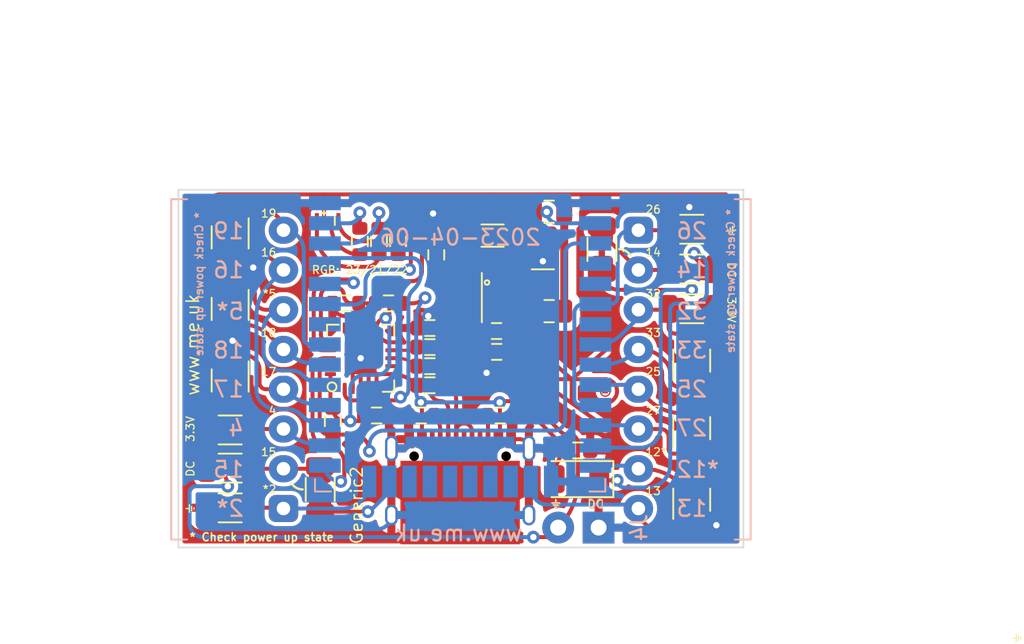
<source format=kicad_pcb>
(kicad_pcb (version 20211014) (generator pcbnew)
  (title_block (title "Larger generic ESP32 (suitable for battery operation)") (date "${DATE}") (rev "1") (comment 1 "www.me.uk") (comment 2 "@TheRealRevK"))
  (layers (0 "F.Cu" signal) (31 "B.Cu" signal) (34 "B.Paste" user) (35 "F.Paste" user) (36 "B.SilkS" user "B.Silkscreen") (37 "F.SilkS" user "F.Silkscreen") (38 "B.Mask" user) (39 "F.Mask" user) (44 "Edge.Cuts" user))
  (property "DATE" "2023-04-06")
  (net 0 "")
  (net 1 "D+")
  (net 2 "GND")
  (net 3 "D-")
  (net 4 "+3V3")
  (net 5 "VBUS")
  (net 6 "Net-(R5-Pad2)")
  (net 7 "L4")
  (net 8 "L3")
  (net 9 "L6")
  (net 10 "L5")
  (net 11 "O")
  (net 12 "I")
  (net 13 "L8")
  (net 14 "L7")
  (net 22 "EN")
  (net 24 "R4")
  (net 25 "R3")
  (net 26 "R6")
  (net 27 "GPIO0")
  (net 29 "DC")
  (net 30 "Net-(C2-Pad1)")
  (net 31 "Net-(D1-Pad3)")
  (net 32 "R")
  (net 33 "G")
  (net 34 "B")
  (net 36 "Net-(R11-Pad2)")
  (net 37 "R5")
  (net 38 "Net-(D1-Pad4)")
  (net 39 "Net-(C3-Pad1)")
  (net 40 "R8")
  (net 41 "R7")
  (net 42 "L1")
  (net 43 "Net-(J1-Pad2)")
  (net 44 "R1")
  (net 45 "Net-(J2-Pad2)")
  (net 46 "Net-(J3-PadA5)")
  (net 48 "Net-(J3-PadB5)")
  (net 50 "L2")
  (net 51 "R2")
  (net 55 "Net-(D1-Pad1)")
  (footprint "RevK:USC16-TR" (layer "F.Cu") (at 147.7 105.6)
    (fp_text reference "J3" hide)
    (fp_text value "USB-C")
  )
  (footprint "RevK:R_0603" (layer "F.Cu") (at 142.6 90.708217 90)
    (fp_text reference "R4" hide)
    (fp_text value "100R")
  )
  (footprint "Diode_SMD:D_1206_3216Metric" (layer "F.Cu") (at 155.04 105.65 180)
    (fp_text reference "D2" hide)
    (fp_text value "D")
  )
  (footprint "RevK:C_0603" (layer "F.Cu") (at 142.45 101.65)
    (fp_text reference "C1" hide)
    (fp_text value "100nF")
  )
  (footprint "RevK:R_0603" (layer "F.Cu") (at 150.225 101.65 180)
    (fp_text reference "R8" hide)
    (fp_text value "5K1")
  )
  (footprint "Package_TO_SOT_SMD:SOT-363_SC-70-6" (layer "F.Cu") (at 133.25 94.95 -90)
    (fp_text reference "D4" hide)
    (fp_text value "BAV99S")
  )
  (footprint "Package_TO_SOT_SMD:SOT-363_SC-70-6" (layer "F.Cu") (at 133.25 99.45 -90)
    (fp_text reference "D3" hide)
    (fp_text value "BAV99S")
  )
  (footprint "RevK:R_0603" (layer "F.Cu") (at 145.25 101.65 180)
    (fp_text reference "R7" hide)
    (fp_text value "5K1")
  )
  (footprint "RevK:R_0603" (layer "F.Cu") (at 145.8 97.35 180)
    (fp_text reference "R9" hide)
    (fp_text value "27R")
  )
  (footprint "RevK:R_0603" (layer "F.Cu") (at 145.8 98.55)
    (fp_text reference "R10" hide)
    (fp_text value "27R")
  )
  (footprint "RevK:MHS190RGBCT" (layer "F.Cu") (at 139.375 89.425)
    (fp_text reference "D1" hide)
    (fp_text value "LED_BARG" hide)
  )
  (footprint "RevK:R_0603" (layer "F.Cu") (at 141.4 90.708217 90)
    (fp_text reference "R2" hide)
    (fp_text value "300R")
  )
  (footprint "RevK:R_0603" (layer "F.Cu") (at 143.8 90.708217 90)
    (fp_text reference "R3" hide)
    (fp_text value "1K")
  )
  (footprint "RevK:C_0603" (layer "F.Cu") (at 155.1 103.85 180)
    (fp_text reference "C4" hide)
    (fp_text value "10nF")
  )
  (footprint "RevK:C_0603" (layer "F.Cu") (at 145.8 96.15 180)
    (fp_text reference "C2" hide)
    (fp_text value "47pF")
  )
  (footprint "RevK:C_0603" (layer "F.Cu") (at 145.8 99.75 180)
    (fp_text reference "C3" hide)
    (fp_text value "47pF")
  )
  (footprint "RevK:C_0805_" (layer "F.Cu") (at 153.29 95.09 180)
    (fp_text reference "C6" hide)
    (fp_text value "2.2uF")
  )
  (footprint "RevK:C_0805_" (layer "F.Cu") (at 153.29 88.84 180)
    (fp_text reference "C7" hide)
    (fp_text value "10uF")
  )
  (footprint "RevK:D_1206_" (layer "F.Cu") (at 152.9 91.96 90)
    (fp_text reference "D6" hide)
    (fp_text value "Schottky")
  )
  (footprint "RevK:L_4x4_" (layer "F.Cu") (at 149.74 90.34 90)
    (fp_text reference "L1" hide)
    (fp_text value "6.8uH")
  )
  (footprint "RevK:C_0603_" (layer "F.Cu") (at 149.99 96.34)
    (fp_text reference "C5" hide)
    (fp_text value "100nF")
  )
  (footprint "RevK:R_0603" (layer "F.Cu") (at 139.7 102.025 90)
    (fp_text reference "R1" hide)
    (fp_text value "10k")
  )
  (footprint "Package_TO_SOT_SMD:SOT-363_SC-70-6" (layer "F.Cu") (at 162.25 102.45 90)
    (fp_text reference "D8" hide)
    (fp_text value "BAV99S")
  )
  (footprint "RevK:Pad_1206_0805_Bridged" (layer "F.Cu") (at 133.25 107.45 180)
    (fp_text reference "JP4" hide)
    (fp_text value "L1")
  )
  (footprint "RevK:AJK" (layer "F.Cu") (at 154.71 99.37 90)
    (fp_text reference "Logo1" hide)
    (fp_text value "AJK" hide)
  )
  (footprint "RevK:Pad_1206_0805_Bridged" (layer "F.Cu") (at 156.6 91.2125 -90)
    (fp_text reference "JP6" hide)
    (fp_text value "L2")
  )
  (footprint "RevK:R_0603" (layer "F.Cu") (at 150 97.65 180)
    (fp_text reference "R12" hide)
    (fp_text value "30k 1%")
  )
  (footprint "RevK:Pad_1206_0805_Bridged" (layer "F.Cu") (at 138.9 106.3 -90)
    (fp_text reference "JP2" hide)
    (fp_text value "L2")
  )
  (footprint "RevK:Pad_1206_0805_Bridged" (layer "F.Cu") (at 162.25 89.95)
    (fp_text reference "JP8" hide)
    (fp_text value "L1")
  )
  (footprint "RevK:Pad_1206_0805_Open" (layer "F.Cu") (at 133.25 104.95 180)
    (fp_text reference "JP3" hide)
    (fp_text value "L2")
  )
  (footprint "RevK:R_0603" (layer "F.Cu") (at 143.2 94.6 180)
    (fp_text reference "R5" hide)
    (fp_text value "4k7")
  )
  (footprint "RevK:Pad_1206_0805_Open" (layer "F.Cu") (at 133.25 102.55 180)
    (fp_text reference "JP1" hide)
    (fp_text value "L3")
  )
  (footprint "Package_TO_SOT_SMD:SOT-363_SC-70-6" (layer "F.Cu") (at 162.25 106.95 90)
    (fp_text reference "D9" hide)
    (fp_text value "BAV99S")
  )
  (footprint "RevK:Pad_1206_0805_Open" (layer "F.Cu") (at 162.25 94.95)
    (fp_text reference "JP5" hide)
    (fp_text value "L3")
  )
  (footprint "RevK:R_0603" (layer "F.Cu") (at 140.5 94.6 180)
    (fp_text reference "R6" hide)
    (fp_text value "10k")
  )
  (footprint "Package_TO_SOT_SMD:SOT-363_SC-70-6" (layer "F.Cu") (at 162.25 98.2 90)
    (fp_text reference "D7" hide)
    (fp_text value "BAV99S")
  )
  (footprint "RevK:QFN-20-1EP_4x4mm_P0.5mm_EP2.5x2.5mm" (layer "F.Cu") (at 141.45 98.05 90)
    (fp_text reference "U2" hide)
    (fp_text value "FT231XQ")
  )
  (footprint "RevK:Pad_1206_0805_Open" (layer "F.Cu") (at 162.25 92.45)
    (fp_text reference "JP7" hide)
    (fp_text value "L2")
  )
  (footprint "RevK:R_0603" (layer "F.Cu") (at 146.2 91.55 -90)
    (fp_text reference "R11" hide)
    (fp_text value "100k 1%")
  )
  (footprint "Package_TO_SOT_SMD:SOT-363_SC-70-6" (layer "F.Cu") (at 133.25 90.45 -90)
    (fp_text reference "D5" hide)
    (fp_text value "BAV99S")
  )
  (footprint "RevK:SOT-23-Thin-6-Reg" (layer "F.Cu") (at 149.74 94.24 90)
    (fp_text reference "U3" hide)
    (fp_text value "LMR16006XDDCR")
  )
  (footprint "RevK:DC" (layer "B.Cu") (at 156.4 108.7 -90)
    (fp_text reference "J4")
    (fp_text value "DC")
  )
  (footprint "RevK:ESP32-WROOM-32" (layer "B.Cu") (at 147.7 96.55 180)
    (fp_text reference "U1" hide)
    (fp_text value "ESP32-WROOM-32")
  )
  (footprint "RevK:PTSM-HH-8-RA" (layer "B.Cu") (at 136.6 98.75 90)
    (fp_text reference "J1" hide)
    (fp_text value "Left")
  )
  (footprint "RevK:PTSM-HH-8-RA" (layer "B.Cu") (at 158.9 98.75 -90)
    (fp_text reference "J2" hide)
    (fp_text value "Right")
  )
  (gr_arc (start 137.8 106.3) (mid 137.396887 106.192948) (end 137.1 105.9) (layer "F.SilkS") (width 0.15))
  (gr_arc (start 157.7 91.193775) (mid 158.104666 91.302688) (end 158.4 91.6) (layer "F.SilkS") (width 0.15))
  (gr_line (start 165.5 109.95) (end 165.5 87.45) (layer "Edge.Cuts") (width 0.1))
  (gr_line (start 130 109.95) (end 165.5 109.95) (layer "Edge.Cuts") (width 0.1))
  (gr_line (start 165.5 87.45) (end 130 87.45) (layer "Edge.Cuts") (width 0.1))
  (gr_line (start 130 87.45) (end 130 109.95) (layer "Edge.Cuts") (width 0.1))
  (gr_text "${DATE}" (at 130.9 90.75 90) (layer "F.Cu") (effects (font (size 0.5 0.5) (thickness 0.08))))
  (gr_text "25" (at 161.2 100) (layer "B.SilkS") (effects (font (size 1 1)) (justify right mirror)))
  (gr_text "15" (at 134.2 105.05) (layer "B.SilkS") (effects (font (size 1 1)) (justify left mirror)))
  (gr_text "16" (at 134.2 92.5) (layer "B.SilkS") (effects (font (size 1 1)) (justify left mirror)))
  (gr_text "5*" (at 134.2 95.1) (layer "B.SilkS") (effects (font (size 1 1)) (justify left mirror)))
  (gr_text "14" (at 161.2 92.5) (layer "B.SilkS") (effects (font (size 1 1)) (justify right mirror)))
  (gr_text "* Check power up state" (at 164.7 93.2 90) (layer "B.SilkS") (effects (font (size 0.5 0.5) (thickness 0.1)) (justify mirror)))
  (gr_text "DC" (at 156.25 107.25) (layer "B.SilkS") (effects (font (size 0.5 0.5) (thickness 0.08)) (justify mirror)))
  (gr_text "26" (at 161.2 90.05) (layer "B.SilkS") (effects (font (size 1 1)) (justify right mirror)))
  (gr_text "${DATE}" (at 147.7 90.45) (layer "B.SilkS") (effects (font (size 1 1)) (justify mirror)))
  (gr_text "32" (at 161.2 95.1) (layer "B.SilkS") (effects (font (size 1 1)) (justify right mirror)))
  (gr_text "27" (at 161.2 102.45) (layer "B.SilkS") (effects (font (size 1 1)) (justify right mirror)))
  (gr_text "13" (at 161.2 107.5) (layer "B.SilkS") (effects (font (size 1 1)) (justify right mirror)))
  (gr_text "www.me.uk" (at 147.6 109.05) (layer "B.SilkS") (effects (font (size 1 1)) (justify mirror)))
  (gr_text "33" (at 161.2 97.55) (layer "B.SilkS") (effects (font (size 1 1)) (justify right mirror)))
  (gr_text "18" (at 134.2 97.55) (layer "B.SilkS") (effects (font (size 1 1)) (justify left mirror)))
  (gr_text "* Check power up state" (at 131.3 93.4 90) (layer "B.SilkS") (effects (font (size 0.5 0.5) (thickness 0.1)) (justify mirror)))
  (gr_text "⏚" (at 153.75 107.25) (layer "B.SilkS") (effects (font (size 0.5 0.5) (thickness 0.08)) (justify mirror)))
  (gr_text "19" (at 134.2 90.05) (layer "B.SilkS") (effects (font (size 1 1)) (justify left mirror)))
  (gr_text "4" (at 134.2 102.45) (layer "B.SilkS") (effects (font (size 1 1)) (justify left mirror)))
  (gr_text "*12" (at 161.2 105.05) (layer "B.SilkS") (effects (font (size 1 1)) (justify right mirror)))
  (gr_text "17" (at 134.2 100) (layer "B.SilkS") (effects (font (size 1 1)) (justify left mirror)))
  (gr_text "2*" (at 134.2 107.5) (layer "B.SilkS") (effects (font (size 1 1)) (justify left mirror)))
  (gr_text "17" (at 136.2 98.9) (layer "F.SilkS") (effects (font (size 0.5 0.5) (thickness 0.08)) (justify right)))
  (gr_text "⏚" (at 182.7 115.65 90) (layer "F.SilkS") (effects (font (size 0.5 0.5) (thickness 0.08))))
  (gr_text "DC" (at 130.75 105 90) (layer "F.SilkS") (effects (font (size 0.5 0.5) (thickness 0.08))))
  (gr_text "⏚" (at 130.75 107.5 90) (layer "F.SilkS") (effects (font (size 0.5 0.5) (thickness 0.08))))
  (gr_text "Generic2" (at 141.2 107.3 90) (layer "F.SilkS") (effects (font (size 0.75 0.75) (thickness 0.1))))
  (gr_text "18" (at 136.2 96.45) (layer "F.SilkS") (effects (font (size 0.5 0.5) (thickness 0.08)) (justify right)))
  (gr_text "3.3V" (at 130.75 102.5 90) (layer "F.SilkS") (effects (font (size 0.5 0.5) (thickness 0.08))))
  (gr_text "19" (at 136.2 88.95) (layer "F.SilkS") (effects (font (size 0.5 0.5) (thickness 0.08)) (justify right)))
  (gr_text "* Check power up state" (at 135.22 109.3) (layer "F.SilkS") (effects (font (size 0.5 0.5) (thickness 0.1))))
  (gr_text "16" (at 136.2 91.4) (layer "F.SilkS") (effects (font (size 0.5 0.5) (thickness 0.08)) (justify right)))
  (gr_text "RGB: 23/21/22" (at 141.4 92.5) (layer "F.SilkS") (effects (font (size 0.5 0.5) (thickness 0.08))))
  (gr_text "www.me.uk" (at 130.9 97.2 90) (layer "F.SilkS") (effects (font (size 0.8 0.8) (thickness 0.1))))
  (gr_text "⏚" (at 153.7 107.2) (layer "F.SilkS") (effects (font (size 0.5 0.5) (thickness 0.08))))
  (gr_text "27" (at 159.3 101.35) (layer "F.SilkS") (effects (font (size 0.5 0.5) (thickness 0.08)) (justify left)))
  (gr_text "*2" (at 136.2 106.3) (layer "F.SilkS") (effects (font (size 0.5 0.5) (thickness 0.08)) (justify right)))
  (gr_text "3.3V" (at 164.75 95 270) (layer "F.SilkS") (effects (font (size 0.5 0.5) (thickness 0.08))))
  (gr_text "DC" (at 156.2 107.2) (layer "F.SilkS") (effects (font (size 0.5 0.5) (thickness 0.08))))
  (gr_text "*5" (at 136.2 94) (layer "F.SilkS") (effects (font (size 0.5 0.5) (thickness 0.08)) (justify right)))
  (gr_text "12*" (at 159.3 103.95) (layer "F.SilkS") (effects (font (size 0.5 0.5) (thickness 0.08)) (justify left)))
  (gr_text "⏚" (at 164.75 90 270) (layer "F.SilkS") (effects (font (size 0.5 0.5) (thickness 0.08))))
  (gr_text "25" (at 159.3 98.9) (layer "F.SilkS") (effects (font (size 0.5 0.5) (thickness 0.08)) (justify left)))
  (gr_text "15" (at 136.2 103.95) (layer "F.SilkS") (effects (font (size 0.5 0.5) (thickness 0.08)) (justify right)))
  (gr_text "32" (at 159.3 94) (layer "F.SilkS") (effects (font (size 0.5 0.5) (thickness 0.08)) (justify left)))
  (gr_text "14" (at 159.3 91.4) (layer "F.SilkS") (effects (font (size 0.5 0.5) (thickness 0.08)) (justify left)))
  (gr_text "4" (at 136.2 101.35) (layer "F.SilkS") (effects (font (size 0.5 0.5) (thickness 0.08)) (justify right)))
  (gr_text "26" (at 159.3 88.7) (layer "F.SilkS") (effects (font (size 0.5 0.5) (thickness 0.08)) (justify left)))
  (gr_text "DC" (at 164.75 92.5 270) (layer "F.SilkS") (effects (font (size 0.5 0.5) (thickness 0.08))))
  (gr_text "13" (at 159.3 106.4) (layer "F.SilkS") (effects (font (size 0.5 0.5) (thickness 0.08)) (justify left)))
  (gr_text "33" (at 159.3 96.45) (layer "F.SilkS") (effects (font (size 0.5 0.5) (thickness 0.08)) (justify left)))
  (segment (start 143.35 98.05) (end 143.767894 98.05) (width 0.2) (layer "F.Cu") (net 1))
  (arc (start 143.767894 98.05) (mid 144.421175 98.179946) (end 144.975 98.55) (width 0.2) (layer "F.Cu") (net 1))
  (segment (start 160.7 97.524022) (end 161.6 98.424022) (width 0.25) (layer "F.Cu") (net 2))
  (segment (start 155.3 93.75) (end 157.87548 96.32548) (width 0.25) (layer "F.Cu") (net 2))
  (segment (start 162.1 88.55) (end 155.6 88.55) (width 0.25) (layer "F.Cu") (net 2))
  (segment (start 152.91 90.4775) (end 152.91 91.94) (width 0.5) (layer "F.Cu") (net 2))
  (segment (start 157.87548 96.32548) (end 160.17548 96.32548) (width 0.25) (layer "F.Cu") (net 2))
  (segment (start 141.45 98.05) (end 142.45 99.05) (width 0.25) (layer "F.Cu") (net 2))
  (segment (start 141.45 99.95) (end 141.45 98.05) (width 0.25) (layer "F.Cu") (net 2))
  (segment (start 143.38 103.72) (end 143.38 101.805) (width 0.25) (layer "F.Cu") (net 2))
  (segment (start 155.3 88.85) (end 155.3 93.75) (width 0.25) (layer "F.Cu") (net 2))
  (segment (start 150.9 103.14) (end 151.44 103.14) (width 0.25) (layer "F.Cu") (net 2))
  (segment (start 140.95 99.95) (end 140.95 98.55) (width 0.25) (layer "F.Cu") (net 2))
  (segment (start 143.35 99.05) (end 142.45 99.05) (width 0.25) (layer "F.Cu") (net 2))
  (segment (start 160.7 96.85) (end 160.7 97.524022) (width 0.25) (layer "F.Cu") (net 2))
  (segment (start 155.6 88.55) (end 155.3 88.85) (width 0.25) (layer "F.Cu") (net 2))
  (segment (start 160.17548 96.32548) (end 160.7 96.85) (width 0.25) (layer "F.Cu") (net 2))
  (segment (start 152.91 91.94) (end 152.9 91.95) (width 0.5) (layer "F.Cu") (net 2))
  (segment (start 161.6 98.424022) (end 161.6 99.15) (width 0.25) (layer "F.Cu") (net 2))
  (segment (start 141.45 96.15) (end 141.45 98.05) (width 0.25) (layer "F.Cu") (net 2))
  (segment (start 142.45 99.95) (end 142.45 99.05) (width 0.25) (layer "F.Cu") (net 2))
  (segment (start 144.5 103.14) (end 143.96 103.14) (width 0.25) (layer "F.Cu") (net 2))
  (segment (start 141.95 99.95) (end 141.95 98.55) (width 0.25) (layer "F.Cu") (net 2))
  (segment (start 140.475 95.4) (end 140.9 95.4) (width 0.25) (layer "F.Cu") (net 2))
  (via (at 133.4 96.95) (size 0.8) (drill 0.4) (layers "F.Cu" "B.Cu") (net 2))
  (via (at 149.361658 98.969837) (size 0.8) (drill 0.4) (layers "F.Cu" "B.Cu") (net 2))
  (via (at 152.9 91.95) (size 0.8) (drill 0.4) (layers "F.Cu" "B.Cu") (net 2))
  (via (at 134.7 92.35) (size 0.8) (drill 0.4) (layers "F.Cu" "B.Cu") (net 2))
  (via (at 141.45 98.05) (size 0.8) (drill 0.4) (layers "F.Cu" "B.Cu") (net 2))
  (via (at 146 88.95) (size 0.8) (drill 0.4) (layers "F.Cu" "B.Cu") (net 2))
  (via (at 162.1 88.55) (size 0.8) (drill 0.4) (layers "F.Cu" "B.Cu") (net 2))
  (via (at 163.8 108.55) (size 0.8) (drill 0.4) (layers "F.Cu" "B.Cu") (net 2))
  (via (at 145.696481 95.397293) (size 0.8) (drill 0.4) (layers "F.Cu" "B.Cu") (net 2))
  (arc (start 151.44 103.14) (mid 151.850122 103.309878) (end 152.02 103.72) (width 0.25) (layer "F.Cu") (net 2))
  (arc (start 143.96 103.14) (mid 143.549878 103.309878) (end 143.38 103.72) (width 0.25) (layer "F.Cu") (net 2))
  (arc (start 145.025 96.068774) (mid 145.221672 95.593965) (end 145.696481 95.397293) (width 0.25) (layer "F.Cu") (net 2))
  (arc (start 143.35 99.05) (mid 144.250782 99.229177) (end 145.014429 99.739429) (width 0.25) (layer "F.Cu") (net 2))
  (arc (start 140.9 95.4) (mid 141.288909 95.561091) (end 141.45 95.95) (width 0.25) (layer "F.Cu") (net 2))
  (arc (start 139.675 94.6) (mid 139.909315 95.165685) (end 140.475 95.4) (width 0.25) (layer "F.Cu") (net 2))
  (arc (start 143.38 101.805) (mid 143.334602 101.695398) (end 143.225 101.65) (width 0.25) (layer "F.Cu") (net 2))
  (segment (start 152.02 103.67) (end 152.57 103.67) (width 0.5) (layer "B.Cu") (net 2))
  (segment (start 142.49 108.8) (end 136.6 108.8) (width 0.25) (layer "B.Cu") (net 2))
  (segment (start 153.4 104.5) (end 153.4 105.79) (width 0.5) (layer "B.Cu") (net 2))
  (segment (start 133.4 102.55) (end 133.4 96.95) (width 0.25) (layer "B.Cu") (net 2))
  (segment (start 134.5 106.7) (end 134.5 103.65) (width 0.25) (layer "B.Cu") (net 2))
  (arc (start 134.05 103.2) (mid 133.590381 103.009619) (end 133.4 102.55) (width 0.25) (layer "B.Cu") (net 2))
  (arc (start 152.57 103.67) (mid 153.156899 103.913101) (end 153.4 104.5) (width 0.5) (layer "B.Cu") (net 2))
  (arc (start 136.6 108.8) (mid 135.115076 108.184924) (end 134.5 106.7) (width 0.25) (layer "B.Cu") (net 2))
  (arc (start 134.5 103.65) (mid 134.368198 103.331802) (end 134.05 103.2) (width 0.25) (layer "B.Cu") (net 2))
  (arc (start 143.38 107.91) (mid 143.119325 108.539325) (end 142.49 108.8) (width 0.25) (layer "B.Cu") (net 2))
  (segment (start 143.35 97.55) (end 144.492158 97.55) (width 0.2) (layer "F.Cu") (net 3))
  (arc (start 144.492158 97.55) (mid 144.75347 97.498022) (end 144.975 97.35) (width 0.2) (layer "F.Cu") (net 3))
  (segment (start 140.8 102) (end 141.325 102) (width 0.25) (layer "F.Cu") (net 4))
  (segment (start 133.175489 90.750489) (end 133.25 90.825) (width 0.25) (layer "F.Cu") (net 4))
  (segment (start 133.25 99.3) (end 133.25 98.5) (width 0.25) (layer "F.Cu") (net 4))
  (segment (start 162.25 106.9) (end 162.25 107.9) (width 0.25) (layer "F.Cu") (net 4))
  (segment (start 131.999511 90.750489) (end 133.175489 90.750489) (width 0.25) (layer "F.Cu") (net 4))
  (segment (start 149.79 88.84) (end 149.79 87.79) (width 0.25) (layer "F.Cu") (net 4))
  (segment (start 162.25 96.65) (end 162.25 97.25) (width 0.25) (layer "F.Cu") (net 4))
  (segment (start 153.1305 88.84) (end 153.1405 88.85) (width 0.25) (layer "F.Cu") (net 4))
  (segment (start 162.25 106.9) (end 163.174022 106.9) (width 0.25) (layer "F.Cu") (net 4))
  (segment (start 162.25 102.5) (end 163.5 102.5) (width 0.25) (layer "F.Cu") (net 4))
  (segment (start 162.25 98.45) (end 163.05 98.45) (width 0.25) (layer "F.Cu") (net 4))
  (segment (start 162.25 101.5) (end 162.25 102.5) (width 0.25) (layer "F.Cu") (net 4))
  (segment (start 164.4 87.75) (end 164.59952 87.94952) (width 0.25) (layer "F.Cu") (net 4))
  (segment (start 132.6 87.75) (end 139.15 87.75) (width 0.25) (layer "F.Cu") (net 4))
  (segment (start 162.25 98.45) (end 162.25 99.15) (width 0.25) (layer "F.Cu") (net 4))
  (segment (start 133.25 95.9) (end 133.25 94) (width 0.25) (layer "F.Cu") (net 4))
  (segment (start 139.55 99.05) (end 139.55 101.05) (width 0.25) (layer "F.Cu") (net 4))
  (segment (start 149.75 87.75) (end 164.4 87.75) (width 0.25) (layer "F.Cu") (net 4))
  (segment (start 131.9 88.45) (end 131.9 98.974022) (width 0.25) (layer "F.Cu") (net 4))
  (segment (start 140.5 102) (end 140.8 102) (width 0.25) (layer "F.Cu") (net 4))
  (segment (start 145.3 92.6) (end 145.3 91.625) (width 0.25) (layer "F.Cu") (net 4))
  (segment (start 133.25 90.825) (end 133.25 89.5) (width 0.25) (layer "F.Cu") (net 4))
  (segment (start 162.25 106) (end 162.25 106.9) (width 0.25) (layer "F.Cu") (net 4))
  (segment (start 143.8 93.2) (end 144.7 93.2) (width 0.25) (layer "F.Cu") (net 4))
  (segment (start 162.25 97.25) (end 162.25 98.45) (width 0.25) (layer "F.Cu") (net 4))
  (segment (start 164.59952 87.94952) (end 164.59952 94.06298) (width 0.25) (layer "F.Cu") (net 4))
  (segment (start 133.25 100.4) (end 133.25 99.3) (width 0.25) (layer "F.Cu") (net 4))
  (segment (start 139.15 87.75) (end 149.75 87.75) (width 0.25) (layer "F.Cu") (net 4))
  (segment (start 132.225978 99.3) (end 133.25 99.3) (width 0.25) (layer "F.Cu") (net 4))
  (segment (start 148.085 88.84) (end 146.2 90.725) (width 0.25) (layer "F.Cu") (net 4))
  (segment (start 164.59952 94.06298) (end 163.7125 94.95) (width 0.25) (layer "F.Cu") (net 4))
  (segment (start 139.15 89.425) (end 139.15 87.75) (width 0.25) (layer "F.Cu") (net 4))
  (segment (start 162.25 102.5) (end 162.25 103.4) (width 0.25) (layer "F.Cu") (net 4))
  (segment (start 143.251 95.309695) (end 143.251 93.749) (width 0.25) (layer "F.Cu") (net 4))
  (segment (start 141.95 96.15) (end 142.45 96.15) (width 0.25) (layer "F.Cu") (net 4))
  (segment (start 163.2 96.2) (end 162.7 96.2) (width 0.25) (layer "F.Cu") (net 4))
  (segment (start 133.25 100.4) (end 133.25 100.65) (width 0.25) (layer "F.Cu") (net 4))
  (segment (start 133.25 90.825) (end 133.25 91.4) (width 0.25) (layer "F.Cu") (net 4))
  (segment (start 132.075489 95.250489) (end 133.124511 95.250489) (width 0.25) (layer "F.Cu") (net 4))
  (segment (start 163.5 106.574022) (end 163.5 98.9) (width 0.25) (layer "F.Cu") (net 4))
  (segment (start 133.124511 95.250489) (end 133.25 95.375978) (width 0.25) (layer "F.Cu") (net 4))
  (segment (start 132.1 101.2) (end 132.7 101.2) (width 0.25) (layer "F.Cu") (net 4))
  (segment (start 152.34 88.84) (end 153.1305 88.84) (width 0.25) (layer "F.Cu") (net 4))
  (segment (start 143.024567 95.536128) (end 143.251 95.309695) (width 0.25) (layer "F.Cu") (net 4))
  (segment (start 131.7875 102.55) (end 131.7875 101.5125) (width 0.25) (layer "F.Cu") (net 4))
  (via (at 153.1405 88.85) (size 0.8) (drill 0.4) (layers "F.Cu" "B.Cu") (net 4))
  (via (at 140.8 102) (size 0.8) (drill 0.4) (layers "F.Cu" "B.Cu") (net 4))
  (via (at 143.024567 95.536128) (size 0.8) (drill 0.4) (layers "F.Cu" "B.Cu") (net 4))
  (arc (start 163.7125 95.6875) (mid 163.562392 96.049892) (end 163.2 96.2) (width 0.25) (layer "F.Cu") (net 4))
  (arc (start 149.79 87.79) (mid 149.778284 87.761716) (end 149.75 87.75) (width 0.25) (layer "F.Cu") (net 4))
  (arc (start 142.45 96.110695) (mid 142.618287 95.704415) (end 143.024567 95.536128) (width 0.25) (layer "F.Cu") (net 4))
  (arc (start 132.6 87.75) (mid 132.105025 87.955025) (end 131.9 88.45) (width 0.25) (layer "F.Cu") (net 4))
  (arc (start 142.45 96.15) (mid 142.713604 96.786396) (end 143.35 97.05) (width 0.25) (layer "F.Cu") (net 4))
  (arc (start 143.251 93.749) (mid 143.411798 93.360798) (end 143.8 93.2) (width 0.25) (layer "F.Cu") (net 4))
  (arc (start 139.7 101.2) (mid 139.934315 101.765685) (end 140.5 102) (width 0.25) (layer "F.Cu") (net 4))
  (arc (start 144.7 93.2) (mid 145.124264 93.024264) (end 145.3 92.6) (width 0.25) (layer "F.Cu") (net 4))
  (arc (start 163.174022 106.9) (mid 163.404523 106.804523) (end 163.5 106.574022) (width 0.25) (layer "F.Cu") (net 4))
  (arc (start 131.9 98.974022) (mid 131.995477 99.204523) (end 132.225978 99.3) (width 0.25) (layer "F.Cu") (net 4))
  (arc (start 133.25 100.65) (mid 133.088909 101.038909) (end 132.7 101.2) (width 0.25) (layer "F.Cu") (net 4))
  (arc (start 162.7 96.2) (mid 162.381802 96.331802) (end 162.25 96.65) (width 0.25) (layer "F.Cu") (net 4))
  (arc (start 131.7875 101.5125) (mid 131.879029 101.291529) (end 132.1 101.2) (width 0.25) (layer "F.Cu") (net 4))
  (arc (start 145.3 91.625) (mid 145.563604 90.988604) (end 146.2 90.725) (width 0.25) (layer "F.Cu") (net 4))
  (arc (start 163.05 98.45) (mid 163.368198 98.581802) (end 163.5 98.9) (width 0.25) (layer "F.Cu") (net 4))
  (arc (start 141.325 102) (mid 141.572487 101.897487) (end 141.675 101.65) (width 0.25) (layer "F.Cu") (net 4))
  (segment (start 143.251 96.070208) (end 143.251 98.310201) (width 0.25) (layer "B.Cu") (net 4))
  (segment (start 156.2 89.565) (end 153.8555 89.565) (width 0.25) (layer "B.Cu") (net 4))
  (segment (start 141.7 99.1) (end 142.461201 99.1) (width 0.25) (layer "B.Cu") (net 4))
  (segment (start 140.8 102) (end 140.8 100) (width 0.25) (layer "B.Cu") (net 4))
  (arc (start 153.8555 89.565) (mid 153.349919 89.355581) (end 153.1405 88.85) (width 0.25) (layer "B.Cu") (net 4))
  (arc (start 142.461201 99.1) (mid 143.019673 98.868673) (end 143.251 98.310201) (width 0.25) (layer "B.Cu") (net 4))
  (arc (start 140.8 100) (mid 141.063604 99.363604) (end 141.7 99.1) (width 0.25) (layer "B.Cu") (net 4))
  (arc (start 143.024567 95.536128) (mid 143.192152 95.786936) (end 143.251 96.082785) (width 0.25) (layer "B.Cu") (net 4))
  (segment (start 144.025 94.6) (end 144.758579 94.6) (width 0.25) (layer "F.Cu") (net 5))
  (segment (start 150.25 100.75) (end 151.05 100.75) (width 0.25) (layer "F.Cu") (net 5))
  (segment (start 145.3 100.893635) (end 145.230865 100.8245) (width 0.25) (layer "F.Cu") (net 5))
  (segment (start 154.325 103.708217) (end 151.590784 100.974) (width 0.25) (layer "F.Cu") (net 5))
  (segment (start 145.3 103.09) (end 145.3 100.893635) (width 0.25) (layer "F.Cu") (net 5))
  (segment (start 150.2 102.99) (end 150.2 100.7) (width 0.25) (layer "F.Cu") (net 5))
  (via (at 150.183266 100.828189) (size 0.8) (drill 0.4) (layers "F.Cu" "B.Cu") (net 5))
  (via (at 145.230865 100.8245) (size 0.8) (drill 0.4) (layers "F.Cu" "B.Cu") (net 5))
  (via (at 145.5 94.25) (size 0.8) (drill 0.4) (layers "F.Cu" "B.Cu") (net 5))
  (arc (start 151.590784 100.974) (mid 151.342671 100.808216) (end 151.05 100.75) (width 0.25) (layer "F.Cu") (net 5))
  (arc (start 150.25 100.75) (mid 150.214645 100.735355) (end 150.2 100.7) (width 0.25) (layer "F.Cu") (net 5))
  (arc (start 154.325 103.85) (mid 153.818026 104.60874) (end 153.64 105.503736) (width 0.25) (layer "F.Cu") (net 5))
  (arc (start 144.655026 94.6) (mid 145.112323 94.509038) (end 145.5 94.25) (width 0.25) (layer "F.Cu") (net 5))
  (segment (start 144.941918 95.691918) (end 144.941918 95.597329) (width 0.25) (layer "B.Cu") (net 5))
  (segment (start 144.941918 100.126921) (end 144.941918 95.691918) (width 0.25) (layer "B.Cu") (net 5))
  (segment (start 150.179577 100.8245) (end 150.183266 100.828189) (width 0.25) (layer "B.Cu") (net 5))
  (segment (start 145.230865 100.8245) (end 150.179577 100.8245) (width 0.25) (layer "B.Cu") (net 5))
  (arc (start 145.230865 100.8245) (mid 145.017013 100.504448) (end 144.941918 100.126921) (width 0.25) (layer "B.Cu") (net 5))
  (arc (start 144.941918 95.597329) (mid 145.086959 94.868159) (end 145.5 94.25) (width 0.25) (layer "B.Cu") (net 5))
  (segment (start 138.95048 96.55048) (end 138.95048 94.14952) (width 0.25) (layer "F.Cu") (net 6))
  (segment (start 141.325 94.6) (end 142.375 94.6) (width 0.25) (layer "F.Cu") (net 6))
  (segment (start 140.9 94.6) (end 141.325 94.6) (width 0.25) (layer "F.Cu") (net 6))
  (segment (start 139.5 93.6) (end 139.9 93.6) (width 0.25) (layer "F.Cu") (net 6))
  (arc (start 140.4 94.1) (mid 140.546447 94.453553) (end 140.9 94.6) (width 0.25) (layer "F.Cu") (net 6))
  (arc (start 138.95048 94.14952) (mid 139.111431 93.760951) (end 139.5 93.6) (width 0.25) (layer "F.Cu") (net 6))
  (arc (start 139.45 97.05) (mid 139.096786 96.903694) (end 138.95048 96.55048) (width 0.25) (layer "F.Cu") (net 6))
  (arc (start 139.9 93.6) (mid 140.253553 93.746447) (end 140.4 94.1) (width 0.25) (layer "F.Cu") (net 6))
  (segment (start 136.6 100) (end 135.5 100) (width 0.25) (layer "F.Cu") (net 7))
  (segment (start 134.15 97.85) (end 133.05 97.85) (width 0.25) (layer "F.Cu") (net 7))
  (segment (start 135.1 99.6) (end 135.1 98.8) (width 0.25) (layer "F.Cu") (net 7))
  (arc (start 132.6 98.3) (mid 132.731802 97.981802) (end 133.05 97.85) (width 0.25) (layer "F.Cu") (net 7))
  (arc (start 135.1 98.8) (mid 134.821751 98.128249) (end 134.15 97.85) (width 0.25) (layer "F.Cu") (net 7))
  (arc (start 135.5 100) (mid 135.217157 99.882843) (end 135.1 99.6) (width 0.25) (layer "F.Cu") (net 7))
  (arc (start 139.002142 100.995) (mid 137.702113 100.736408) (end 136.6 100) (width 0.25) (layer "B.Cu") (net 7))
  (segment (start 133.9 100.4) (end 133.9 100.8) (width 0.25) (layer "F.Cu") (net 8))
  (segment (start 136.6 102.5) (end 134.4625 102.5) (width 0.25) (layer "F.Cu") (net 8))
  (segment (start 134.7125 101.6125) (end 134.7125 102.55) (width 0.25) (layer "F.Cu") (net 8))
  (arc (start 133.9 100.8) (mid 133.987868 101.012132) (end 134.2 101.1) (width 0.25) (layer "F.Cu") (net 8))
  (arc (start 134.2 101.1) (mid 134.562392 101.250108) (end 134.7125 101.6125) (width 0.25) (layer "F.Cu") (net 8))
  (arc (start 139.098711 103.535) (mid 137.746419 103.266012) (end 136.6 102.5) (width 0.25) (layer "B.Cu") (net 8))
  (segment (start 134.149511 93.350489) (end 132.849511 93.350489) (width 0.25) (layer "F.Cu") (net 9))
  (segment (start 132.6 93.6) (end 132.6 94) (width 0.25) (layer "F.Cu") (net 9))
  (segment (start 134.8 94.3) (end 134.8 94.000978) (width 0.25) (layer "F.Cu") (net 9))
  (segment (start 136.6 95) (end 135.5 95) (width 0.25) (layer "F.Cu") (net 9))
  (arc (start 132.849511 93.350489) (mid 132.67308 93.423569) (end 132.6 93.6) (width 0.25) (layer "F.Cu") (net 9))
  (arc (start 134.8 94.000978) (mid 134.609476 93.541013) (end 134.149511 93.350489) (width 0.25) (layer "F.Cu") (net 9))
  (arc (start 135.5 95) (mid 135.005025 94.794975) (end 134.8 94.3) (width 0.25) (layer "F.Cu") (net 9))
  (segment (start 135.35048 96.24952) (end 135.35048 97.65048) (width 0.25) (layer "B.Cu") (net 9))
  (segment (start 136.52548 98.82548) (end 137.137251 98.82548) (width 0.25) (layer "B.Cu") (net 9))
  (segment (start 137.8 99.1) (end 137.876992 99.176992) (width 0.25) (layer "B.Cu") (net 9))
  (arc (start 137.876992 99.176992) (mid 138.483993 99.582577) (end 139.2 99.725) (width 0.25) (layer "B.Cu") (net 9))
  (arc (start 137.137251 98.82548) (mid 137.495929 98.896826) (end 137.8 99.1) (width 0.25) (layer "B.Cu") (net 9))
  (arc (start 136.6 95) (mid 135.716456 95.365976) (end 135.35048 96.24952) (width 0.25) (layer "B.Cu") (net 9))
  (arc (start 135.35048 97.65048) (mid 135.69463 98.48133) (end 136.52548 98.82548) (width 0.25) (layer "B.Cu") (net 9))
  (segment (start 136.6 97.5) (end 135.777818 96.677818) (width 0.25) (layer "F.Cu") (net 10))
  (arc (start 135.777818 96.677818) (mid 134.916269 96.102148) (end 133.9 95.9) (width 0.25) (layer "F.Cu") (net 10))
  (arc (start 138.905573 98.455) (mid 137.657806 98.206804) (end 136.6 97.5) (width 0.25) (layer "B.Cu") (net 10))
  (segment (start 140.9 100.7) (end 143.75 100.7) (width 0.25) (layer "F.Cu") (net 11))
  (segment (start 140.45 99.95) (end 140.45 100.25) (width 0.25) (layer "F.Cu") (net 11))
  (via (at 143.95 100.5) (size 0.8) (drill 0.4) (layers "F.Cu" "B.Cu") (net 11))
  (arc (start 140.45 100.25) (mid 140.581802 100.568198) (end 140.9 100.7) (width 0.25) (layer "F.Cu") (net 11))
  (arc (start 143.75 100.7) (mid 143.891421 100.641421) (end 143.95 100.5) (width 0.25) (layer "F.Cu") (net 11))
  (segment (start 144.966853 91.84115) (end 144.844933 91.782436) (width 0.25) (layer "B.Cu") (net 11))
  (segment (start 144.75 93.75) (end 144.822908 93.677092) (width 0.25) (layer "B.Cu") (net 11))
  (segment (start 145.245847 92.285167) (end 145.215736 92.153239) (width 0.25) (layer "B.Cu") (net 11))
  (segment (start 145.157022 92.031319) (end 145.072651 91.925521) (width 0.25) (layer "B.Cu") (net 11))
  (segment (start 145.072651 91.925521) (end 144.966853 91.84115) (width 0.25) (layer "B.Cu") (net 11))
  (segment (start 139.554001 91.750999) (end 139.2 92.105) (width 0.25) (layer "B.Cu") (net 11))
  (segment (start 144.44951 100.036755) (end 144.44951 94.475447) (width 0.25) (layer "B.Cu") (net 11))
  (segment (start 143.95 100.5) (end 143.986265 100.5) (width 0.25) (layer "B.Cu") (net 11))
  (segment (start 145.247173 92.652827) (end 145.247173 92.352827) (width 0.25) (layer "B.Cu") (net 11))
  (segment (start 145.247173 92.352827) (end 145.245847 92.285167) (width 0.25) (layer "B.Cu") (net 11))
  (segment (start 144.713005 91.752325) (end 144.645345 91.750999) (width 0.25) (layer "B.Cu") (net 11))
  (segment (start 144.844933 91.782436) (end 144.713005 91.752325) (width 0.25) (layer "B.Cu") (net 11))
  (segment (start 145.215736 92.153239) (end 145.157022 92.031319) (width 0.25) (layer "B.Cu") (net 11))
  (segment (start 144.645345 91.750999) (end 139.554001 91.750999) (width 0.25) (layer "B.Cu") (net 11))
  (arc (start 144.822908 93.677092) (mid 145.13691 93.207155) (end 145.247173 92.652827) (width 0.25) (layer "B.Cu") (net 11))
  (arc (start 143.986265 100.5) (mid 144.313829 100.364319) (end 144.44951 100.036755) (width 0.25) (layer "B.Cu") (net 11))
  (arc (start 144.44951 94.475447) (mid 144.527605 94.082838) (end 144.75 93.75) (width 0.25) (layer "B.Cu") (net 11))
  (segment (start 139.5 93.1) (end 140.8 93.1) (width 0.25) (layer "F.Cu") (net 12))
  (segment (start 139.55 97.55) (end 139.027408 97.55) (width 0.25) (layer "F.Cu") (net 12))
  (segment (start 138.5 97.022592) (end 138.5 94.1) (width 0.25) (layer "F.Cu") (net 12))
  (via (at 141 93.3) (size 0.8) (drill 0.4) (layers "F.Cu" "B.Cu") (net 12))
  (arc (start 138.5 94.1) (mid 138.792893 93.392893) (end 139.5 93.1) (width 0.25) (layer "F.Cu") (net 12))
  (arc (start 140.8 93.1) (mid 140.941421 93.158579) (end 141 93.3) (width 0.25) (layer "F.Cu") (net 12))
  (arc (start 139.027408 97.55) (mid 138.654474 97.395526) (end 138.5 97.022592) (width 0.25) (layer "F.Cu") (net 12))
  (segment (start 141 93.3) (end 139.275 93.3) (width 0.25) (layer "B.Cu") (net 12))
  (segment (start 135.45 88.85) (end 132.85 88.85) (width 0.25) (layer "F.Cu") (net 13))
  (segment (start 132.6 89.5) (end 132.6 89.1) (width 0.25) (layer "F.Cu") (net 13))
  (arc (start 136.6 90) (mid 136.263173 89.186827) (end 135.45 88.85) (width 0.25) (layer "F.Cu") (net 13))
  (arc (start 132.6 89.1) (mid 132.673223 88.923223) (end 132.85 88.85) (width 0.25) (layer "F.Cu") (net 13))
  (segment (start 139.2 97.185) (end 138.285 97.185) (width 0.25) (layer "B.Cu") (net 13))
  (segment (start 137.875489 96.775489) (end 137.875489 91.275489) (width 0.25) (layer "B.Cu") (net 13))
  (arc (start 138.285 97.185) (mid 137.995432 97.065057) (end 137.875489 96.775489) (width 0.25) (layer "B.Cu") (net 13))
  (arc (start 137.875489 91.275489) (mid 137.501907 90.373582) (end 136.6 90) (width 0.25) (layer "B.Cu") (net 13))
  (segment (start 133.9 91.4) (end 134.5 91.4) (width 0.25) (layer "F.Cu") (net 14))
  (arc (start 136.207107 92.107107) (mid 135.42388 91.583771) (end 134.5 91.4) (width 0.25) (layer "F.Cu") (net 14))
  (segment (start 134.900969 100.000969) (end 134.900969 95.399031) (width 0.25) (layer "B.Cu") (net 14))
  (segment (start 137.774566 101.674566) (end 137.7 101.6) (width 0.25) (layer "B.Cu") (net 14))
  (segment (start 136.15 101.25) (end 136.855026 101.25) (width 0.25) (layer "B.Cu") (net 14))
  (segment (start 136.6 92.5) (end 135.749498 93.350502) (width 0.25) (layer "B.Cu") (net 14))
  (arc (start 139.2 102.265) (mid 138.428561 102.111551) (end 137.774566 101.674566) (width 0.25) (layer "B.Cu") (net 14))
  (arc (start 137.7 101.6) (mid 137.312323 101.340962) (end 136.855026 101.25) (width 0.25) (layer "B.Cu") (net 14))
  (arc (start 134.900969 100.000969) (mid 135.266802 100.884167) (end 136.15 101.25) (width 0.25) (layer "B.Cu") (net 14))
  (arc (start 135.749498 93.350502) (mid 135.121494 94.290374) (end 134.900969 95.399031) (width 0.25) (layer "B.Cu") (net 14))
  (segment (start 139.7 102.85) (end 140.95 102.85) (width 0.25) (layer "F.Cu") (net 22))
  (segment (start 139.55 98.55) (end 139.152672 98.55) (width 0.25) (layer "F.Cu") (net 22))
  (segment (start 138.87548 102.27548) (end 138.87548 98.827192) (width 0.25) (layer "F.Cu") (net 22))
  (via (at 142 103.9) (size 0.8) (drill 0.4) (layers "F.Cu" "B.Cu") (net 22))
  (arc (start 139.152672 98.55) (mid 138.956668 98.631188) (end 138.87548 98.827192) (width 0.25) (layer "F.Cu") (net 22))
  (arc (start 140.95 102.85) (mid 141.692462 103.157538) (end 142 103.9) (width 0.25) (layer "F.Cu") (net 22))
  (arc (start 139.45 102.85) (mid 139.043753 102.681727) (end 138.87548 102.27548) (width 0.25) (layer "F.Cu") (net 22))
  (segment (start 142 103.9) (end 142 103.530411) (width 0.25) (layer "B.Cu") (net 22))
  (segment (start 142.934922 102.595489) (end 153.604511 102.595489) (width 0.25) (layer "B.Cu") (net 22))
  (segment (start 154.95 90.835) (end 156.2 90.835) (width 0.25) (layer "B.Cu") (net 22))
  (segment (start 154.3 101.9) (end 154.3 91.485) (width 0.25) (layer "B.Cu") (net 22))
  (arc (start 142 103.530411) (mid 142.273832 102.869321) (end 142.934922 102.595489) (width 0.25) (layer "B.Cu") (net 22))
  (arc (start 154.3 91.485) (mid 154.490381 91.025381) (end 154.95 90.835) (width 0.25) (layer "B.Cu") (net 22))
  (arc (start 153.604511 102.595489) (mid 154.096296 102.391785) (end 154.3 101.9) (width 0.25) (layer "B.Cu") (net 22))
  (segment (start 160.9 99.3) (end 160.9 99.009619) (width 0.25) (layer "F.Cu") (net 24))
  (segment (start 160.575 98.225) (end 160.425 98.075) (width 0.25) (layer "F.Cu") (net 24))
  (segment (start 162.55 99.85) (end 161.45 99.85) (width 0.25) (layer "F.Cu") (net 24))
  (segment (start 162.9 99.15) (end 162.9 99.5) (width 0.25) (layer "F.Cu") (net 24))
  (arc (start 160.425 98.075) (mid 159.788101 97.649438) (end 159.036828 97.5) (width 0.25) (layer "F.Cu") (net 24))
  (arc (start 161.45 99.85) (mid 161.061091 99.688909) (end 160.9 99.3) (width 0.25) (layer "F.Cu") (net 24))
  (arc (start 162.9 99.5) (mid 162.797487 99.747487) (end 162.55 99.85) (width 0.25) (layer "F.Cu") (net 24))
  (arc (start 160.9 99.009619) (mid 160.815536 98.584987) (end 160.575 98.225) (width 0.25) (layer "F.Cu") (net 24))
  (arc (start 156.594427 98.455) (mid 157.842194 98.206804) (end 158.9 97.5) (width 0.25) (layer "B.Cu") (net 24))
  (segment (start 161.5 96.5) (end 161.2 96.5) (width 0.25) (layer "F.Cu") (net 25))
  (segment (start 161.6 97.25) (end 161.6 96.6) (width 0.25) (layer "F.Cu") (net 25))
  (segment (start 160.8 96.1) (end 160.8 94.9625) (width 0.25) (layer "F.Cu") (net 25))
  (segment (start 158.9 95) (end 160.7375 95) (width 0.25) (layer "F.Cu") (net 25))
  (arc (start 161.6 96.6) (mid 161.570711 96.529289) (end 161.5 96.5) (width 0.25) (layer "F.Cu") (net 25))
  (arc (start 161.2 96.5) (mid 160.917157 96.382843) (end 160.8 96.1) (width 0.25) (layer "F.Cu") (net 25))
  (segment (start 157.9 96.5) (end 158.546446 95.853554) (width 0.25) (layer "B.Cu") (net 25))
  (arc (start 158.546446 95.853554) (mid 158.808114 95.46194) (end 158.9 95) (width 0.25) (layer "B.Cu") (net 25))
  (arc (start 156.246264 97.185) (mid 157.141259 97.006975) (end 157.9 96.5) (width 0.25) (layer "B.Cu") (net 25))
  (segment (start 160.8 103.774022) (end 160.8 103) (width 0.25) (layer "F.Cu") (net 26))
  (segment (start 160.3 102.5) (end 158.9 102.5) (width 0.25) (layer "F.Cu") (net 26))
  (segment (start 162.45 104.05) (end 161.075978 104.05) (width 0.25) (layer "F.Cu") (net 26))
  (arc (start 162.9 103.6) (mid 162.768198 103.918198) (end 162.45 104.05) (width 0.25) (layer "F.Cu") (net 26))
  (arc (start 161.075978 104.05) (mid 160.880832 103.969168) (end 160.8 103.774022) (width 0.25) (layer "F.Cu") (net 26))
  (arc (start 160.3 102.5) (mid 160.653553 102.646447) (end 160.8 103) (width 0.25) (layer "F.Cu") (net 26))
  (segment (start 156.2 102.265) (end 158.33266 102.265) (width 0.25) (layer "B.Cu") (net 26))
  (segment (start 140.419217 104.619217) (end 140.419217 105.580783) (width 0.25) (layer "F.Cu") (net 27))
  (segment (start 138.425969 98.774031) (end 138.425969 102.625969) (width 0.25) (layer "F.Cu") (net 27))
  (segment (start 139.55 98.05) (end 139.15 98.05) (width 0.25) (layer "F.Cu") (net 27))
  (via (at 140.2 105.8) (size 0.8) (drill 0.4) (layers "F.Cu" "B.Cu") (net 27))
  (arc (start 139.15 98.05) (mid 138.638033 98.262064) (end 138.425969 98.774031) (width 0.25) (layer "F.Cu") (net 27))
  (arc (start 139.4 103.6) (mid 140.120695 103.898522) (end 140.419217 104.619217) (width 0.25) (layer "F.Cu") (net 27))
  (arc (start 140.419217 105.580783) (mid 140.35501 105.735793) (end 140.2 105.8) (width 0.25) (layer "F.Cu") (net 27))
  (arc (start 138.425969 102.625969) (mid 138.711256 103.314713) (end 139.4 103.6) (width 0.25) (layer "F.Cu") (net 27))
  (segment (start 140.2 105.8) (end 140.195 105.8) (width 0.25) (layer "B.Cu") (net 27))
  (arc (start 140.195 105.8) (mid 139.491429 105.508571) (end 139.2 104.805) (width 0.25) (layer "B.Cu") (net 27))
  (segment (start 156.44 105.65) (end 155.233785 105.65) (width 0.25) (layer "F.Cu") (net 29))
  (segment (start 156.516256 105.726256) (end 157.570566 105.726256) (width 0.25) (layer "F.Cu") (net 29))
  (segment (start 151.55 99.492894) (end 151.55 96.997228) (width 0.25) (layer "F.Cu") (net 29))
  (segment (start 155.10048 105.705217) (end 155.10048 103.373342) (width 0.25) (layer "F.Cu") (net 29))
  (segment (start 154.023221 102.673223) (end 152.05 100.7) (width 0.25) (layer "F.Cu") (net 29))
  (segment (start 162.4 91.6875) (end 163.1625 92.45) (width 0.25) (layer "F.Cu") (net 29))
  (segment (start 151.09 95.19) (end 151.09 94.24) (width 0.25) (layer "F.Cu") (net 29))
  (segment (start 154.577138 102.85) (end 154.45 102.85) (width 0.25) (layer "F.Cu") (net 29))
  (segment (start 162.4 91.45) (end 162.4 91.6875) (width 0.25) (layer "F.Cu") (net 29))
  (segment (start 153.26 109.3) (end 152.3 109.3) (width 0.25) (layer "F.Cu") (net 29))
  (via (at 157.570566 105.726256) (size 0.8) (drill 0.4) (layers "F.Cu" "B.Cu") (net 29))
  (via (at 152.3 109.3) (size 0.8) (drill 0.4) (layers "F.Cu" "B.Cu") (net 29))
  (via (at 162.4 91.45) (size 0.8) (drill 0.4) (layers "F.Cu" "B.Cu") (net 29))
  (via (at 133.1 106.1) (size 0.8) (drill 0.4) (layers "F.Cu" "B.Cu") (net 29))
  (arc (start 154.45 102.85) (mid 154.219029 102.804057) (end 154.023221 102.673223) (width 0.25) (layer "F.Cu") (net 29))
  (arc (start 153.86 108.7) (mid 153.684264 109.124264) (end 153.26 109.3) (width 0.25) (layer "F.Cu") (net 29))
  (arc (start 155.10048 105.705217) (mid 154.778089 107.325982) (end 153.86 108.7) (width 0.25) (layer "F.Cu") (net 29))
  (arc (start 152.05 100.7) (mid 151.679946 100.146175) (end 151.55 99.492894) (width 0.25) (layer "F.Cu") (net 29))
  (arc (start 131.95 104.95) (mid 132.763173 105.286827) (end 133.1 106.1) (width 0.25) (layer "F.Cu") (net 29))
  (arc (start 151.55 96.997228) (mid 151.755314 95.965044) (end 152.34 95.09) (width 0.25) (layer "F.Cu") (net 29))
  (arc (start 155.233785 105.65) (mid 155.161641 105.66435) (end 155.10048 105.705217) (width 0.25) (layer "F.Cu") (net 29))
  (arc (start 155.10048 103.373342) (mid 154.947197 103.003283) (end 154.577138 102.85) (width 0.25) (layer "F.Cu") (net 29))
  (segment (start 160.9 104.736022) (end 160.9 95) (width 0.25) (layer "B.Cu") (net 29))
  (segment (start 133.1 106.1) (end 131.1 106.1) (width 0.25) (layer "B.Cu") (net 29))
  (segment (start 163.2 93.9) (end 163.2 92.25) (width 0.25) (layer "B.Cu") (net 29))
  (segment (start 130.7 108.4) (end 130.7 106.5) (width 0.25) (layer "B.Cu") (net 29))
  (segment (start 159.1199 106.1801) (end 159.460698 106.175324) (width 0.25) (layer "B.Cu") (net 29))
  (segment (start 158.02441 106.1801) (end 159.1199 106.1801) (width 0.25) (layer "B.Cu") (net 29))
  (segment (start 152.3 109.3) (end 131.6 109.3) (width 0.25) (layer "B.Cu") (net 29))
  (segment (start 161.3 94.6) (end 162.5 94.6) (width 0.25) (layer "B.Cu") (net 29))
  (arc (start 157.570566 105.726256) (mid 157.703494 106.047172) (end 158.02441 106.1801) (width 0.25) (layer "B.Cu") (net 29))
  (arc (start 160.9 95) (mid 161.017157 94.717157) (end 161.3 94.6) (width 0.25) (layer "B.Cu") (net 29))
  (arc (start 162.5 94.6) (mid 162.994975 94.394975) (end 163.2 93.9) (width 0.25) (layer "B.Cu") (net 29))
  (arc (start 163.2 92.25) (mid 162.965685 91.684315) (end 162.4 91.45) (width 0.25) (layer "B.Cu") (net 29))
  (arc (start 159.460698 106.175324) (mid 160.478438 105.753762) (end 160.9 104.736022) (width 0.25) (layer "B.Cu") (net 29))
  (arc (start 131.1 106.1) (mid 130.817157 106.217157) (end 130.7 106.5) (width 0.25) (layer "B.Cu") (net 29))
  (arc (start 131.6 109.3) (mid 130.963604 109.036396) (end 130.7 108.4) (width 0.25) (layer "B.Cu") (net 29))
  (segment (start 146.95 103.09) (end 146.95 101.2) (width 0.25) (layer "F.Cu") (net 30))
  (segment (start 147.95 103.6) (end 147.95 103.09) (width 0.25) (layer "F.Cu") (net 30))
  (segment (start 146.95 103.09) (end 146.95 103.6) (width 0.25) (layer "F.Cu") (net 30))
  (segment (start 145.79952 100.04952) (end 145.79952 98.17548) (width 0.25) (layer "F.Cu") (net 30))
  (segment (start 146.575 96.15) (end 146.575 97.3) (width 0.25) (layer "F.Cu") (net 30))
  (arc (start 146.95 103.6) (mid 147.096447 103.953553) (end 147.45 104.1) (width 0.25) (layer "F.Cu") (net 30))
  (arc (start 145.79952 98.17548) (mid 146.041297 97.591777) (end 146.625 97.35) (width 0.25) (layer "F.Cu") (net 30))
  (arc (start 147.45 104.1) (mid 147.803553 103.953553) (end 147.95 103.6) (width 0.25) (layer "F.Cu") (net 30))
  (arc (start 146.95 101.2) (mid 146.818198 100.881802) (end 146.5 100.75) (width 0.25) (layer "F.Cu") (net 30))
  (arc (start 146.5 100.75) (mid 146.004686 100.544834) (end 145.79952 100.04952) (width 0.25) (layer "F.Cu") (net 30))
  (segment (start 139.6 89.733217) (end 139.6 89.425) (width 0.25) (layer "F.Cu") (net 31))
  (arc (start 141.4 91.533217) (mid 140.127208 91.006009) (end 139.6 89.733217) (width 0.25) (layer "F.Cu") (net 31))
  (segment (start 141.4 88.9) (end 141.4 89.883217) (width 0.25) (layer "F.Cu") (net 32))
  (via (at 141.4 88.9) (size 0.8) (drill 0.4) (layers "F.Cu" "B.Cu") (net 32))
  (segment (start 139.2 89.565) (end 140.735 89.565) (width 0.25) (layer "B.Cu") (net 32))
  (arc (start 141.4 88.9) (mid 141.205226 89.370226) (end 140.735 89.565) (width 0.25) (layer "B.Cu") (net 32))
  (arc (start 140.685 89.565) (mid 141.190581 89.355581) (end 141.4 88.85) (width 0.25) (layer "B.Cu") (net 32))
  (segment (start 144.59952 92.398652) (end 144.522672 92.4755) (width 0.25) (layer "F.Cu") (net 33))
  (segment (start 144.59952 90.682737) (end 144.59952 92.398652) (width 0.25) (layer "F.Cu") (net 33))
  (via (at 144.522672 92.4755) (size 0.8) (drill 0.4) (layers "F.Cu" "B.Cu") (net 33))
  (arc (start 143.8 89.883217) (mid 144.365346 90.117391) (end 144.59952 90.682737) (width 0.25) (layer "F.Cu") (net 33))
  (segment (start 139.23 94.675) (end 141.075 94.675) (width 0.25) (layer "B.Cu") (net 33))
  (segment (start 141.75 94) (end 141.75 93.25) (width 0.25) (layer "B.Cu") (net 33))
  (segment (start 144.522672 92.4755) (end 142.5245 92.4755) (width 0.25) (layer "B.Cu") (net 33))
  (arc (start 141.075 94.675) (mid 141.552297 94.477297) (end 141.75 94) (width 0.25) (layer "B.Cu") (net 33))
  (arc (start 142.5245 92.4755) (mid 141.976846 92.702346) (end 141.75 93.25) (width 0.25) (layer "B.Cu") (net 33))
  (segment (start 142.6 88.9) (end 142.6 89.883217) (width 0.25) (layer "F.Cu") (net 34))
  (via (at 142.6 88.9) (size 0.8) (drill 0.4) (layers "F.Cu" "B.Cu") (net 34))
  (segment (start 139.2 90.835) (end 140.715 90.835) (width 0.25) (layer "B.Cu") (net 34))
  (arc (start 140.715 90.835) (mid 142.047896 90.282896) (end 142.6 88.95) (width 0.25) (layer "B.Cu") (net 34))
  (arc (start 142.6 88.9) (mid 142.033252 90.268252) (end 140.665 90.835) (width 0.25) (layer "B.Cu") (net 34))
  (segment (start 146.2 92.375) (end 146.2 92.836828) (width 0.25) (layer "F.Cu") (net 36))
  (segment (start 148.440481 96.915481) (end 148.440481 95.240481) (width 0.25) (layer "F.Cu") (net 36))
  (segment (start 146.775 94.225) (end 147.28038 94.730381) (width 0.25) (layer "F.Cu") (net 36))
  (arc (start 146.2 92.836828) (mid 146.349437 93.588101) (end 146.775 94.225) (width 0.25) (layer "F.Cu") (net 36))
  (arc (start 148.39 95.19) (mid 147.789478 95.070549) (end 147.28038 94.730381) (width 0.25) (layer "F.Cu") (net 36))
  (arc (start 149.175 97.65) (mid 148.655617 97.434864) (end 148.440481 96.915481) (width 0.25) (layer "F.Cu") (net 36))
  (segment (start 159.551472 100.651472) (end 158.9 100) (width 0.25) (layer "F.Cu") (net 37))
  (arc (start 161.6 101.5) (mid 160.491345 101.279475) (end 159.551472 100.651472) (width 0.25) (layer "F.Cu") (net 37))
  (segment (start 156.2 99.725) (end 158.236092 99.725) (width 0.25) (layer "B.Cu") (net 37))
  (segment (start 142.984245 90.7) (end 141.45 90.7) (width 0.25) (layer "F.Cu") (net 38))
  (segment (start 143.8 91.533217) (end 143.8 91.515755) (width 0.25) (layer "F.Cu") (net 38))
  (arc (start 141.45 90.7) (mid 140.460051 90.289949) (end 140.05 89.3) (width 0.25) (layer "F.Cu") (net 38))
  (arc (start 143.8 91.515755) (mid 143.561071 90.938929) (end 142.984245 90.7) (width 0.25) (layer "F.Cu") (net 38))
  (segment (start 148.45 102.65) (end 148.45 103.09) (width 0.25) (layer "F.Cu") (net 39))
  (segment (start 147.45 100.625) (end 147.45 103.09) (width 0.25) (layer "F.Cu") (net 39))
  (segment (start 146.625 98.55) (end 146.625 99.7) (width 0.25) (layer "F.Cu") (net 39))
  (arc (start 147.95 102.15) (mid 148.303553 102.296447) (end 148.45 102.65) (width 0.25) (layer "F.Cu") (net 39))
  (arc (start 146.575 99.75) (mid 147.193718 100.006282) (end 147.45 100.625) (width 0.25) (layer "F.Cu") (net 39))
  (arc (start 147.45 102.65) (mid 147.596447 102.296447) (end 147.95 102.15) (width 0.25) (layer "F.Cu") (net 39))
  (segment (start 162.575 108.8) (end 160.2 108.8) (width 0.25) (layer "F.Cu") (net 40))
  (segment (start 162.9 107.9) (end 162.9 108.475) (width 0.25) (layer "F.Cu") (net 40))
  (arc (start 162.9 108.475) (mid 162.80481 108.70481) (end 162.575 108.8) (width 0.25) (layer "F.Cu") (net 40))
  (arc (start 160.2 108.8) (mid 159.280761 108.419239) (end 158.9 107.5) (width 0.25) (layer "F.Cu") (net 40))
  (segment (start 153.142495 107.25) (end 158.296447 107.25) (width 0.25) (layer "B.Cu") (net 40))
  (arc (start 153.142495 107.25) (mid 152.800951 107.182063) (end 152.511406 106.988594) (width 0.25) (layer "B.Cu") (net 40))
  (arc (start 152.511406 106.988594) (mid 152.240225 106.582744) (end 152.145 106.104012) (width 0.25) (layer "B.Cu") (net 40))
  (arc (start 161.6 106) (mid 160.49235 105.259892) (end 159.185787 105) (width 0.25) (layer "F.Cu") (net 41))
  (segment (start 156.2 104.805) (end 158.429229 104.805) (width 0.25) (layer "B.Cu") (net 41))
  (segment (start 134.7125 107.45) (end 136.55 107.45) (width 0.25) (layer "F.Cu") (net 42))
  (segment (start 136.6 107.5) (end 140.29 107.5) (width 0.25) (layer "B.Cu") (net 42))
  (arc (start 140.29 107.5) (mid 141.488546 107.003546) (end 141.985 105.805) (width 0.25) (layer "B.Cu") (net 42))
  (segment (start 136.6 105) (end 138.7375 105) (width 0.25) (layer "F.Cu") (net 43))
  (segment (start 136.6 105) (end 134.4625 105) (width 0.25) (layer "F.Cu") (net 43))
  (segment (start 158.9 90) (end 160.7375 90) (width 0.25) (layer "F.Cu") (net 44))
  (segment (start 156.2 94.645) (end 157.155 94.645) (width 0.25) (layer "B.Cu") (net 44))
  (segment (start 154.875489 95.224511) (end 154.875489 100.624511) (width 0.25) (layer "B.Cu") (net 44))
  (segment (start 156.2 100.995) (end 155.245978 100.995) (width 0.25) (layer "B.Cu") (net 44))
  (segment (start 157.6 90.8) (end 157.6 94.2) (width 0.25) (layer "B.Cu") (net 44))
  (arc (start 157.155 94.645) (mid 157.469663 94.514663) (end 157.6 94.2) (width 0.25) (layer "B.Cu") (net 44))
  (arc (start 158.4 90) (mid 157.834315 90.234315) (end 157.6 90.8) (width 0.25) (layer "B.Cu") (net 44))
  (arc (start 155.455 94.645) (mid 155.045224 94.814735) (end 154.875489 95.224511) (width 0.25) (layer "B.Cu") (net 44))
  (arc (start 155.245978 100.995) (mid 154.984003 100.886486) (end 154.875489 100.624511) (width 0.25) (layer "B.Cu") (net 44))
  (segment (start 156.6 90.2) (end 158.9 92.5) (width 0.25) (layer "F.Cu") (net 45))
  (segment (start 156.6 89.75) (end 156.6 90.2) (width 0.25) (layer "F.Cu") (net 45))
  (segment (start 158.9 92.5) (end 160.7375 92.5) (width 0.25) (layer "F.Cu") (net 45))
  (segment (start 146.45 103.09) (end 146.45 102.55533) (width 0.25) (layer "F.Cu") (net 46))
  (arc (start 146.45 102.55533) (mid 146.352541 102.065369) (end 146.075 101.65) (width 0.25) (layer "F.Cu") (net 46))
  (segment (start 149.45 103.09) (end 149.45 101.7) (width 0.25) (layer "F.Cu") (net 48))
  (segment (start 141.9 107.7) (end 138.9625 107.7) (width 0.25) (layer "F.Cu") (net 50))
  (via (at 141.9 107.7) (size 0.8) (drill 0.4) (layers "F.Cu" "B.Cu") (net 50))
  (segment (start 142.802451 106.897549) (end 142.070711 107.629289) (width 0.25) (layer "B.Cu") (net 50))
  (arc (start 143.255 105.805) (mid 143.137386 106.396283) (end 142.802451 106.897549) (width 0.25) (layer "B.Cu") (net 50))
  (arc (start 142.070711 107.629289) (mid 141.992388 107.681623) (end 141.9 107.7) (width 0.25) (layer "B.Cu") (net 50))
  (segment (start 157.675 93.75) (end 162.25 93.75) (width 0.25) (layer "F.Cu") (net 51))
  (via (at 162.25 93.75) (size 0.8) (drill 0.4) (layers "F.Cu" "B.Cu") (net 51))
  (arc (start 156.6 92.675) (mid 156.91486 93.43514) (end 157.675 93.75) (width 0.25) (layer "F.Cu") (net 51))
  (segment (start 156.33952 103.67452) (end 159.02548 103.67452) (width 0.25) (layer "B.Cu") (net 51))
  (segment (start 162.25 93.75) (end 160.7 93.75) (width 0.25) (layer "B.Cu") (net 51))
  (segment (start 160.3 102.4) (end 160.3 94.15) (width 0.25) (layer "B.Cu") (net 51))
  (arc (start 160.3 94.15) (mid 160.417157 93.867157) (end 160.7 93.75) (width 0.25) (layer "B.Cu") (net 51))
  (arc (start 159.02548 103.67452) (mid 159.926702 103.301222) (end 160.3 102.4) (width 0.25) (layer "B.Cu") (net 51))
  (segment (start 141.833217 92.3) (end 140.7 92.3) (width 0.25) (layer "F.Cu") (net 55))
  (segment (start 138.7 90.3) (end 138.7 89.3) (width 0.25) (layer "F.Cu") (net 55))
  (arc (start 140.7 92.3) (mid 139.285786 91.714214) (end 138.7 90.3) (width 0.25) (layer "F.Cu") (net 55))
  (arc (start 142.6 91.533217) (mid 142.375414 92.075414) (end 141.833217 92.3) (width 0.25) (layer "F.Cu") (net 55))
  (zone (net 2) (net_name "GND") (layers F&B.Cu) (connect_pads (clearance 0.254)) (min_thickness 0.254) (fill yes (thermal_gap 0.508) (thermal_bridge_width 0.508))
    (polygon (pts (xy 165.5 109.95) (xy 130 109.95) (xy 130 87.45) (xy 165.5 87.45)))
  )
)
</source>
